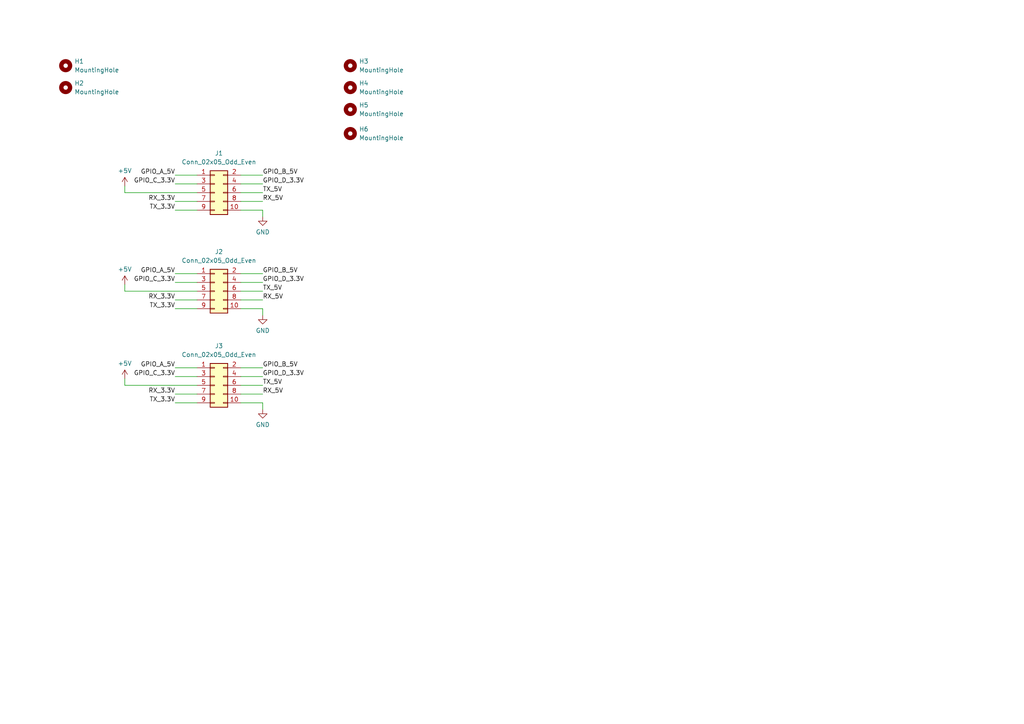
<source format=kicad_sch>
(kicad_sch (version 20231120) (generator "eeschema") (generator_version "8.0")
  (paper "A4")
  (lib_symbols
    (symbol "Connector_Generic:Conn_02x05_Odd_Even" (pin_names (offset 1.016) hide)
      (property "Reference" "J" (at 1.27 7.62 0))
      (property "Value" "Conn_02x05_Odd_Even" (at 1.27 -7.62 0))
      (symbol "Conn_02x05_Odd_Even_1_1"
        (rectangle (start -1.27 -4.953) (end 0 -5.207) (stroke (width 0.1524)))
        (rectangle (start -1.27 -2.413) (end 0 -2.667) (stroke (width 0.1524)))
        (rectangle (start -1.27 0.127) (end 0 -0.127) (stroke (width 0.1524)))
        (rectangle (start -1.27 2.667) (end 0 2.413) (stroke (width 0.1524)))
        (rectangle (start -1.27 5.207) (end 0 4.953) (stroke (width 0.1524)))
        (rectangle (start -1.27 6.35) (end 3.81 -6.35) (stroke (width 0.254)) (fill (type background)))
        (rectangle (start 3.81 -4.953) (end 2.54 -5.207) (stroke (width 0.1524)))
        (rectangle (start 3.81 -2.413) (end 2.54 -2.667) (stroke (width 0.1524)))
        (rectangle (start 3.81 0.127) (end 2.54 -0.127) (stroke (width 0.1524)))
        (rectangle (start 3.81 2.667) (end 2.54 2.413) (stroke (width 0.1524)))
        (rectangle (start 3.81 5.207) (end 2.54 4.953) (stroke (width 0.1524)))
        (pin passive line (at -5.08 5.08 0) (length 3.81) (name "Pin_1") (number "1"))
        (pin passive line (at 7.62 -5.08 180) (length 3.81) (name "Pin_10") (number "10"))
        (pin passive line (at 7.62 5.08 180) (length 3.81) (name "Pin_2") (number "2"))
        (pin passive line (at -5.08 2.54 0) (length 3.81) (name "Pin_3") (number "3"))
        (pin passive line (at 7.62 2.54 180) (length 3.81) (name "Pin_4") (number "4"))
        (pin passive line (at -5.08 0 0) (length 3.81) (name "Pin_5") (number "5"))
        (pin passive line (at 7.62 0 180) (length 3.81) (name "Pin_6") (number "6"))
        (pin passive line (at -5.08 -2.54 0) (length 3.81) (name "Pin_7") (number "7"))
        (pin passive line (at 7.62 -2.54 180) (length 3.81) (name "Pin_8") (number "8"))
        (pin passive line (at -5.08 -5.08 0) (length 3.81) (name "Pin_9") (number "9"))
      )
    )
    (symbol "Mechanical:MountingHole" (pin_names (offset 1.016)) (exclude_from_sim yes) (in_bom no)
      (property "Reference" "H" (at 0 5.08 0))
      (property "Value" "MountingHole" (at 0 3.175 0))
      (symbol "MountingHole_0_1"
        (circle (center 0 0) (radius 1.27) (stroke (width 1.27)))
      )
    )
    (symbol "power:+5V" (power) (pin_numbers hide) (pin_names (offset 0) hide)
      (property "Value" "+5V" (at 0 3.556 0))
      (symbol "+5V_0_1"
        (polyline (pts (xy -0.762 1.27) (xy 0 2.54)))
        (polyline (pts (xy 0 0) (xy 0 2.54)))
        (polyline (pts (xy 0 2.54) (xy 0.762 1.27)))
      )
      (symbol "+5V_1_1"
        (pin power_in line (at 0 0 90) (length 0) (name "~") (number "1"))
      )
    )
    (symbol "power:GND" (power) (pin_numbers hide) (pin_names (offset 0) hide)
      (property "Value" "GND" (at 0 -3.81 0))
      (symbol "GND_0_1"
        (polyline (pts (xy 0 0) (xy 0 -1.27) (xy 1.27 -1.27) (xy 0 -2.54) (xy -1.27 -1.27) (xy 0 -1.27)))
      )
      (symbol "GND_1_1"
        (pin power_in line (at 0 0 270) (length 0) (name "~") (number "1"))
      )
    )
  )
  (wire (pts (xy 69.85 86.995) (xy 76.2 86.995)))
  (wire (pts (xy 69.85 114.3) (xy 76.2 114.3)))
  (wire (pts (xy 76.2 60.96) (xy 69.85 60.96)))
  (wire (pts (xy 76.2 62.865) (xy 76.2 60.96)))
  (wire (pts (xy 50.8 50.8) (xy 57.15 50.8)))
  (wire (pts (xy 50.8 109.22) (xy 57.15 109.22)))
  (wire (pts (xy 50.8 116.84) (xy 57.15 116.84)))
  (wire (pts (xy 50.8 60.96) (xy 57.15 60.96)))
  (wire (pts (xy 69.85 106.68) (xy 76.2 106.68)))
  (wire (pts (xy 69.85 55.88) (xy 76.2 55.88)))
  (wire (pts (xy 69.85 58.42) (xy 76.2 58.42)))
  (wire (pts (xy 57.15 55.88) (xy 36.195 55.88)))
  (wire (pts (xy 50.8 89.535) (xy 57.15 89.535)))
  (wire (pts (xy 36.195 111.76) (xy 36.195 109.855)))
  (wire (pts (xy 50.8 53.34) (xy 57.15 53.34)))
  (wire (pts (xy 50.8 79.375) (xy 57.15 79.375)))
  (wire (pts (xy 50.8 114.3) (xy 57.15 114.3)))
  (wire (pts (xy 36.195 55.88) (xy 36.195 53.975)))
  (wire (pts (xy 50.8 58.42) (xy 57.15 58.42)))
  (wire (pts (xy 76.2 116.84) (xy 69.85 116.84)))
  (wire (pts (xy 76.2 91.44) (xy 76.2 89.535)))
  (wire (pts (xy 69.85 81.915) (xy 76.2 81.915)))
  (wire (pts (xy 36.195 84.455) (xy 36.195 82.55)))
  (wire (pts (xy 50.8 106.68) (xy 57.15 106.68)))
  (wire (pts (xy 69.85 50.8) (xy 76.2 50.8)))
  (wire (pts (xy 69.85 109.22) (xy 76.2 109.22)))
  (wire (pts (xy 69.85 79.375) (xy 76.2 79.375)))
  (wire (pts (xy 57.15 111.76) (xy 36.195 111.76)))
  (wire (pts (xy 76.2 89.535) (xy 69.85 89.535)))
  (wire (pts (xy 69.85 84.455) (xy 76.2 84.455)))
  (wire (pts (xy 50.8 86.995) (xy 57.15 86.995)))
  (wire (pts (xy 50.8 81.915) (xy 57.15 81.915)))
  (wire (pts (xy 76.2 118.745) (xy 76.2 116.84)))
  (wire (pts (xy 57.15 84.455) (xy 36.195 84.455)))
  (wire (pts (xy 69.85 53.34) (xy 76.2 53.34)))
  (wire (pts (xy 69.85 111.76) (xy 76.2 111.76)))
  (label "GPIO_C_3.3V" (at 50.8 81.915 180))
  (label "GPIO_A_5V" (at 50.8 50.8 180))
  (label "TX_3.3V" (at 50.8 116.84 180))
  (label "GPIO_D_3.3V" (at 76.2 81.915 0))
  (label "TX_3.3V" (at 50.8 60.96 180))
  (label "TX_5V" (at 76.2 84.455 0))
  (label "GPIO_A_5V" (at 50.8 106.68 180))
  (label "RX_3.3V" (at 50.8 58.42 180))
  (label "RX_5V" (at 76.2 86.995 0))
  (label "TX_3.3V" (at 50.8 89.535 180))
  (label "TX_5V" (at 76.2 111.76 0))
  (label "RX_5V" (at 76.2 58.42 0))
  (label "TX_5V" (at 76.2 55.88 0))
  (label "GPIO_A_5V" (at 50.8 79.375 180))
  (label "RX_3.3V" (at 50.8 114.3 180))
  (label "GPIO_B_5V" (at 76.2 79.375 0))
  (label "GPIO_C_3.3V" (at 50.8 109.22 180))
  (label "GPIO_D_3.3V" (at 76.2 53.34 0))
  (label "GPIO_B_5V" (at 76.2 106.68 0))
  (label "GPIO_C_3.3V" (at 50.8 53.34 180))
  (label "RX_5V" (at 76.2 114.3 0))
  (label "GPIO_B_5V" (at 76.2 50.8 0))
  (label "GPIO_D_3.3V" (at 76.2 109.22 0))
  (label "RX_3.3V" (at 50.8 86.995 180))
  (symbol (lib_id "power:+5V") (at 36.195 53.975 0) (unit 1)
    (property "Reference" "#PWR01" (effects (hide yes)))
    (property "Value" "+5V" (at 36.195 49.53 0))
    (property "Description" "Power symbol creates a global label with name \"+5V\"" (effects (hide yes)))
  )
  (symbol (lib_id "Mechanical:MountingHole") (at 101.6 31.75 0) (unit 1) (exclude_from_sim yes) (in_bom no)
    (property "Reference" "H5" (at 104.14 30.4799 0) (effects (justify left)))
    (property "Value" "MountingHole" (at 104.14 33.0199 0) (effects (justify left)))
    (property "Footprint" "MountingHole:MountingHole_3.2mm_M3_DIN965" (effects (hide yes)))
    (property "Description" "Mounting Hole without connection" (effects (hide yes)))
  )
  (symbol (lib_id "power:+5V") (at 36.195 82.55 0) (unit 1)
    (property "Reference" "#PWR03" (effects (hide yes)))
    (property "Value" "+5V" (at 36.195 78.105 0))
    (property "Description" "Power symbol creates a global label with name \"+5V\"" (effects (hide yes)))
  )
  (symbol (lib_id "Mechanical:MountingHole") (at 101.6 25.4 0) (unit 1) (exclude_from_sim yes) (in_bom no)
    (property "Reference" "H4" (at 104.14 24.1299 0) (effects (justify left)))
    (property "Value" "MountingHole" (at 104.14 26.6699 0) (effects (justify left)))
    (property "Footprint" "MountingHole:MountingHole_3.2mm_M3_DIN965" (effects (hide yes)))
    (property "Description" "Mounting Hole without connection" (effects (hide yes)))
  )
  (symbol (lib_id "Connector_Generic:Conn_02x05_Odd_Even") (at 62.23 111.76 0) (unit 1)
    (property "Reference" "J3" (at 63.5 100.33 0))
    (property "Value" "Conn_02x05_Odd_Even" (at 63.5 102.87 0))
    (property "Footprint" "Connector_PinHeader_2.54mm:PinHeader_1x10_P2.54mm_Vertical" (effects (hide yes)))
    (property "Description" "Generic connector, double row, 02x05, odd/even pin numbering scheme (row 1 odd numbers, row 2 even numbers), script generated (kicad-library-utils/schlib/autogen/connector/)" (effects (hide yes)))
  )
  (symbol (lib_id "power:GND") (at 76.2 118.745 0) (unit 1)
    (property "Reference" "#PWR06" (effects (hide yes)))
    (property "Value" "GND" (at 76.2 123.19 0))
    (property "Description" "Power symbol creates a global label with name \"GND\" , ground" (effects (hide yes)))
  )
  (symbol (lib_id "Connector_Generic:Conn_02x05_Odd_Even") (at 62.23 55.88 0) (unit 1)
    (property "Reference" "J1" (at 63.5 44.45 0))
    (property "Value" "Conn_02x05_Odd_Even" (at 63.5 46.99 0))
    (property "Description" "Generic connector, double row, 02x05, odd/even pin numbering scheme (row 1 odd numbers, row 2 even numbers), script generated (kicad-library-utils/schlib/autogen/connector/)" (effects (hide yes)))
  )
  (symbol (lib_id "power:GND") (at 76.2 91.44 0) (unit 1)
    (property "Reference" "#PWR04" (effects (hide yes)))
    (property "Value" "GND" (at 76.2 95.885 0))
    (property "Description" "Power symbol creates a global label with name \"GND\" , ground" (effects (hide yes)))
  )
  (symbol (lib_id "Mechanical:MountingHole") (at 19.05 25.4 0) (unit 1) (exclude_from_sim yes) (in_bom no)
    (property "Reference" "H2" (at 21.59 24.1299 0) (effects (justify left)))
    (property "Value" "MountingHole" (at 21.59 26.6699 0) (effects (justify left)))
    (property "Footprint" "MountingHole:MountingHole_3.2mm_M3_DIN965" (effects (hide yes)))
    (property "Description" "Mounting Hole without connection" (effects (hide yes)))
  )
  (symbol (lib_id "power:GND") (at 76.2 62.865 0) (unit 1)
    (property "Reference" "#PWR02" (effects (hide yes)))
    (property "Value" "GND" (at 76.2 67.31 0))
    (property "Description" "Power symbol creates a global label with name \"GND\" , ground" (effects (hide yes)))
  )
  (symbol (lib_id "Mechanical:MountingHole") (at 101.6 19.05 0) (unit 1) (exclude_from_sim yes) (in_bom no)
    (property "Reference" "H3" (at 104.14 17.7799 0) (effects (justify left)))
    (property "Value" "MountingHole" (at 104.14 20.3199 0) (effects (justify left)))
    (property "Footprint" "MountingHole:MountingHole_3.2mm_M3_DIN965" (effects (hide yes)))
    (property "Description" "Mounting Hole without connection" (effects (hide yes)))
  )
  (symbol (lib_id "power:+5V") (at 36.195 109.855 0) (unit 1)
    (property "Reference" "#PWR05" (effects (hide yes)))
    (property "Value" "+5V" (at 36.195 105.41 0))
    (property "Description" "Power symbol creates a global label with name \"+5V\"" (effects (hide yes)))
  )
  (symbol (lib_id "Mechanical:MountingHole") (at 101.6 38.735 0) (unit 1) (exclude_from_sim yes) (in_bom no)
    (property "Reference" "H6" (at 104.14 37.4649 0) (effects (justify left)))
    (property "Value" "MountingHole" (at 104.14 40.0049 0) (effects (justify left)))
    (property "Footprint" "MountingHole:MountingHole_3.2mm_M3_DIN965" (effects (hide yes)))
    (property "Description" "Mounting Hole without connection" (effects (hide yes)))
  )
  (symbol (lib_id "Mechanical:MountingHole") (at 19.05 19.05 0) (unit 1) (exclude_from_sim yes) (in_bom no)
    (property "Reference" "H1" (at 21.59 17.7799 0) (effects (justify left)))
    (property "Value" "MountingHole" (at 21.59 20.3199 0) (effects (justify left)))
    (property "Footprint" "MountingHole:MountingHole_3.2mm_M3_DIN965" (effects (hide yes)))
    (property "Description" "Mounting Hole without connection" (effects (hide yes)))
  )
  (symbol (lib_id "Connector_Generic:Conn_02x05_Odd_Even") (at 62.23 84.455 0) (unit 1)
    (property "Reference" "J2" (at 63.5 73.025 0))
    (property "Value" "Conn_02x05_Odd_Even" (at 63.5 75.565 0))
    (property "Footprint" "Connector_PinHeader_2.54mm:PinHeader_1x10_P2.54mm_Vertical" (effects (hide yes)))
    (property "Description" "Generic connector, double row, 02x05, odd/even pin numbering scheme (row 1 odd numbers, row 2 even numbers), script generated (kicad-library-utils/schlib/autogen/connector/)" (effects (hide yes)))
  )
)
</source>
